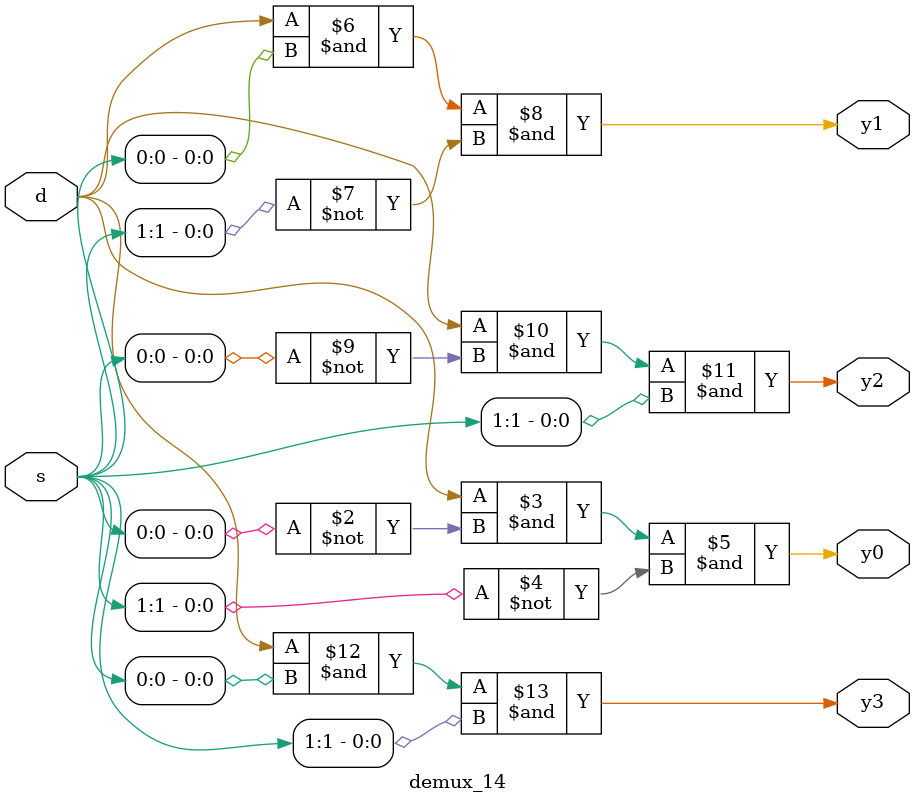
<source format=v>
module demux_14(output reg y0, y1, y2, y3, input d, input [1:0]s);
always@(d, s)
begin
	y0 = d& (~s[0]) & (~s[1]);
	y1 = d & s[0] & (~s[1]);
	y2 = d & (~s[0]) & s[1];
	y3 = d & s[0] & s[1];
end
endmodule 
</source>
